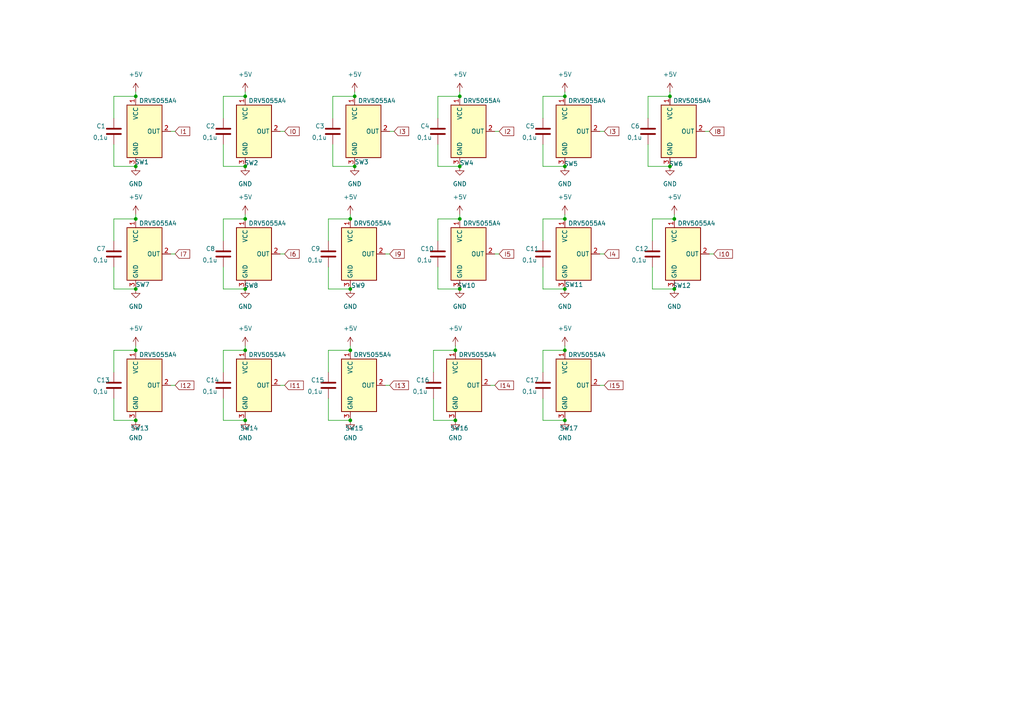
<source format=kicad_sch>
(kicad_sch (version 20231120) (generator "eeschema") (generator_version "8.0")
  (paper "A4")
  (lib_symbols
    (symbol "Device:C" (pin_numbers hide) (pin_names (offset 0.254))
      (property "Reference" "C" (at 0.635 2.54 0))
      (property "Value" "C" (at 0.635 -2.54 0))
      (symbol "C_0_1"
        (polyline (pts (xy -2.032 -0.762) (xy 2.032 -0.762)) (stroke (width 0.508)))
        (polyline (pts (xy -2.032 0.762) (xy 2.032 0.762)) (stroke (width 0.508)))
      )
      (symbol "C_1_1"
        (pin passive line (at 0 3.81 270) (length 2.794) (name "~") (number "1"))
        (pin passive line (at 0 -3.81 90) (length 2.794) (name "~") (number "2"))
      )
    )
    (symbol "Sensor_Magnetic:DRV5055A4xDBZxQ1"
      (property "Reference" "U" (at 2.54 12.7 0))
      (property "Value" "DRV5055A4xDBZxQ1" (at 2.54 10.16 0))
      (symbol "DRV5055A4xDBZxQ1_1_1"
        (rectangle (start -5.08 7.62) (end 5.08 -7.62) (stroke (width 0.254)) (fill (type background)))
        (pin power_in line (at -2.54 10.16 270) (length 2.54) (name "VCC") (number "1"))
        (pin output line (at 7.62 0 180) (length 2.54) (name "OUT") (number "2"))
        (pin power_in line (at -2.54 -10.16 90) (length 2.54) (name "GND") (number "3"))
      )
    )
    (symbol "power:+5V" (power) (pin_numbers hide) (pin_names (offset 0) hide)
      (property "Value" "+5V" (at 0 3.556 0))
      (symbol "+5V_0_1"
        (polyline (pts (xy -0.762 1.27) (xy 0 2.54)))
        (polyline (pts (xy 0 0) (xy 0 2.54)))
        (polyline (pts (xy 0 2.54) (xy 0.762 1.27)))
      )
      (symbol "+5V_1_1"
        (pin power_in line (at 0 0 90) (length 0) (name "~") (number "1"))
      )
    )
    (symbol "power:GND" (power) (pin_numbers hide) (pin_names (offset 0) hide)
      (property "Value" "GND" (at 0 -3.81 0))
      (symbol "GND_0_1"
        (polyline (pts (xy 0 0) (xy 0 -1.27) (xy 1.27 -1.27) (xy 0 -2.54) (xy -1.27 -1.27) (xy 0 -1.27)))
      )
      (symbol "GND_1_1"
        (pin power_in line (at 0 0 270) (length 0) (name "~") (number "1"))
      )
    )
  )
  (junction (at 39.37 83.82))
  (junction (at 101.6 101.6))
  (junction (at 163.83 83.82))
  (junction (at 71.12 27.94))
  (junction (at 163.83 48.26))
  (junction (at 71.12 121.92))
  (junction (at 133.35 63.5))
  (junction (at 101.6 83.82))
  (junction (at 163.83 121.92))
  (junction (at 71.12 48.26))
  (junction (at 101.6 121.92))
  (junction (at 163.83 27.94))
  (junction (at 71.12 101.6))
  (junction (at 195.58 83.82))
  (junction (at 194.31 48.26))
  (junction (at 39.37 101.6))
  (junction (at 194.31 27.94))
  (junction (at 132.08 121.92))
  (junction (at 39.37 121.92))
  (junction (at 132.08 101.6))
  (junction (at 39.37 48.26))
  (junction (at 102.87 27.94))
  (junction (at 39.37 63.5))
  (junction (at 163.83 101.6))
  (junction (at 71.12 83.82))
  (junction (at 101.6 63.5))
  (junction (at 39.37 27.94))
  (junction (at 133.35 27.94))
  (junction (at 195.58 63.5))
  (junction (at 102.87 48.26))
  (junction (at 133.35 48.26))
  (junction (at 163.83 63.5))
  (junction (at 71.12 63.5))
  (junction (at 133.35 83.82))
  (wire (pts (xy 189.23 69.85) (xy 189.23 63.5)))
  (wire (pts (xy 125.73 101.6) (xy 132.08 101.6)))
  (wire (pts (xy 33.02 77.47) (xy 33.02 83.82)))
  (wire (pts (xy 175.26 73.66) (xy 173.99 73.66)))
  (wire (pts (xy 71.12 26.67) (xy 71.12 27.94)))
  (wire (pts (xy 96.52 27.94) (xy 102.87 27.94)))
  (wire (pts (xy 127 63.5) (xy 133.35 63.5)))
  (wire (pts (xy 96.52 41.91) (xy 96.52 48.26)))
  (wire (pts (xy 64.77 48.26) (xy 71.12 48.26)))
  (wire (pts (xy 95.25 107.95) (xy 95.25 101.6)))
  (wire (pts (xy 101.6 62.23) (xy 101.6 63.5)))
  (wire (pts (xy 64.77 107.95) (xy 64.77 101.6)))
  (wire (pts (xy 125.73 121.92) (xy 132.08 121.92)))
  (wire (pts (xy 157.48 69.85) (xy 157.48 63.5)))
  (wire (pts (xy 143.51 111.76) (xy 142.24 111.76)))
  (wire (pts (xy 127 48.26) (xy 133.35 48.26)))
  (wire (pts (xy 157.48 121.92) (xy 163.83 121.92)))
  (wire (pts (xy 33.02 101.6) (xy 39.37 101.6)))
  (wire (pts (xy 39.37 26.67) (xy 39.37 27.94)))
  (wire (pts (xy 189.23 77.47) (xy 189.23 83.82)))
  (wire (pts (xy 133.35 62.23) (xy 133.35 63.5)))
  (wire (pts (xy 157.48 41.91) (xy 157.48 48.26)))
  (wire (pts (xy 33.02 83.82) (xy 39.37 83.82)))
  (wire (pts (xy 144.78 73.66) (xy 143.51 73.66)))
  (wire (pts (xy 95.25 77.47) (xy 95.25 83.82)))
  (wire (pts (xy 96.52 48.26) (xy 102.87 48.26)))
  (wire (pts (xy 125.73 115.57) (xy 125.73 121.92)))
  (wire (pts (xy 71.12 62.23) (xy 71.12 63.5)))
  (wire (pts (xy 163.83 62.23) (xy 163.83 63.5)))
  (wire (pts (xy 189.23 63.5) (xy 195.58 63.5)))
  (wire (pts (xy 33.02 48.26) (xy 39.37 48.26)))
  (wire (pts (xy 33.02 69.85) (xy 33.02 63.5)))
  (wire (pts (xy 64.77 63.5) (xy 71.12 63.5)))
  (wire (pts (xy 195.58 62.23) (xy 195.58 63.5)))
  (wire (pts (xy 144.78 38.1) (xy 143.51 38.1)))
  (wire (pts (xy 207.01 73.66) (xy 205.74 73.66)))
  (wire (pts (xy 64.77 115.57) (xy 64.77 121.92)))
  (wire (pts (xy 157.48 48.26) (xy 163.83 48.26)))
  (wire (pts (xy 50.8 73.66) (xy 49.53 73.66)))
  (wire (pts (xy 64.77 27.94) (xy 71.12 27.94)))
  (wire (pts (xy 33.02 41.91) (xy 33.02 48.26)))
  (wire (pts (xy 64.77 101.6) (xy 71.12 101.6)))
  (wire (pts (xy 133.35 26.67) (xy 133.35 27.94)))
  (wire (pts (xy 64.77 121.92) (xy 71.12 121.92)))
  (wire (pts (xy 194.31 26.67) (xy 194.31 27.94)))
  (wire (pts (xy 114.3 38.1) (xy 113.03 38.1)))
  (wire (pts (xy 33.02 27.94) (xy 39.37 27.94)))
  (wire (pts (xy 127 34.29) (xy 127 27.94)))
  (wire (pts (xy 175.26 111.76) (xy 173.99 111.76)))
  (wire (pts (xy 64.77 83.82) (xy 71.12 83.82)))
  (wire (pts (xy 157.48 63.5) (xy 163.83 63.5)))
  (wire (pts (xy 127 83.82) (xy 133.35 83.82)))
  (wire (pts (xy 157.48 34.29) (xy 157.48 27.94)))
  (wire (pts (xy 95.25 83.82) (xy 101.6 83.82)))
  (wire (pts (xy 205.74 38.1) (xy 204.47 38.1)))
  (wire (pts (xy 157.48 115.57) (xy 157.48 121.92)))
  (wire (pts (xy 127 27.94) (xy 133.35 27.94)))
  (wire (pts (xy 127 41.91) (xy 127 48.26)))
  (wire (pts (xy 127 69.85) (xy 127 63.5)))
  (wire (pts (xy 50.8 111.76) (xy 49.53 111.76)))
  (wire (pts (xy 95.25 115.57) (xy 95.25 121.92)))
  (wire (pts (xy 102.87 26.67) (xy 102.87 27.94)))
  (wire (pts (xy 82.55 73.66) (xy 81.28 73.66)))
  (wire (pts (xy 187.96 34.29) (xy 187.96 27.94)))
  (wire (pts (xy 157.48 101.6) (xy 163.83 101.6)))
  (wire (pts (xy 39.37 100.33) (xy 39.37 101.6)))
  (wire (pts (xy 113.03 73.66) (xy 111.76 73.66)))
  (wire (pts (xy 64.77 69.85) (xy 64.77 63.5)))
  (wire (pts (xy 33.02 115.57) (xy 33.02 121.92)))
  (wire (pts (xy 101.6 100.33) (xy 101.6 101.6)))
  (wire (pts (xy 33.02 121.92) (xy 39.37 121.92)))
  (wire (pts (xy 95.25 121.92) (xy 101.6 121.92)))
  (wire (pts (xy 163.83 100.33) (xy 163.83 101.6)))
  (wire (pts (xy 95.25 101.6) (xy 101.6 101.6)))
  (wire (pts (xy 64.77 34.29) (xy 64.77 27.94)))
  (wire (pts (xy 125.73 107.95) (xy 125.73 101.6)))
  (wire (pts (xy 33.02 107.95) (xy 33.02 101.6)))
  (wire (pts (xy 132.08 100.33) (xy 132.08 101.6)))
  (wire (pts (xy 187.96 27.94) (xy 194.31 27.94)))
  (wire (pts (xy 127 77.47) (xy 127 83.82)))
  (wire (pts (xy 157.48 107.95) (xy 157.48 101.6)))
  (wire (pts (xy 64.77 41.91) (xy 64.77 48.26)))
  (wire (pts (xy 157.48 83.82) (xy 163.83 83.82)))
  (wire (pts (xy 95.25 63.5) (xy 101.6 63.5)))
  (wire (pts (xy 33.02 34.29) (xy 33.02 27.94)))
  (wire (pts (xy 157.48 27.94) (xy 163.83 27.94)))
  (wire (pts (xy 39.37 62.23) (xy 39.37 63.5)))
  (wire (pts (xy 82.55 111.76) (xy 81.28 111.76)))
  (wire (pts (xy 96.52 34.29) (xy 96.52 27.94)))
  (wire (pts (xy 175.26 38.1) (xy 173.99 38.1)))
  (wire (pts (xy 71.12 100.33) (xy 71.12 101.6)))
  (wire (pts (xy 50.8 38.1) (xy 49.53 38.1)))
  (wire (pts (xy 187.96 48.26) (xy 194.31 48.26)))
  (wire (pts (xy 189.23 83.82) (xy 195.58 83.82)))
  (wire (pts (xy 187.96 41.91) (xy 187.96 48.26)))
  (wire (pts (xy 82.55 38.1) (xy 81.28 38.1)))
  (wire (pts (xy 113.03 111.76) (xy 111.76 111.76)))
  (wire (pts (xy 95.25 69.85) (xy 95.25 63.5)))
  (wire (pts (xy 64.77 77.47) (xy 64.77 83.82)))
  (wire (pts (xy 163.83 26.67) (xy 163.83 27.94)))
  (wire (pts (xy 157.48 77.47) (xy 157.48 83.82)))
  (wire (pts (xy 33.02 63.5) (xy 39.37 63.5)))
  (global_label "I6" (shape input) (at 82.55 73.66 0) (property "Intersheetrefs" "${INTERSHEET_REFS}" (effects (hide yes))))
  (global_label "I9" (shape input) (at 113.03 73.66 0) (property "Intersheetrefs" "${INTERSHEET_REFS}" (effects (hide yes))))
  (global_label "I14" (shape input) (at 143.51 111.76 0) (property "Intersheetrefs" "${INTERSHEET_REFS}" (effects (hide yes))))
  (global_label "I3" (shape input) (at 114.3 38.1 0) (property "Intersheetrefs" "${INTERSHEET_REFS}" (effects (hide yes))))
  (global_label "I4" (shape input) (at 175.26 73.66 0) (property "Intersheetrefs" "${INTERSHEET_REFS}" (effects (hide yes))))
  (global_label "I1" (shape input) (at 50.8 38.1 0) (property "Intersheetrefs" "${INTERSHEET_REFS}" (effects (hide yes))))
  (global_label "I8" (shape input) (at 205.74 38.1 0) (property "Intersheetrefs" "${INTERSHEET_REFS}" (effects (hide yes))))
  (global_label "I5" (shape input) (at 144.78 73.66 0) (property "Intersheetrefs" "${INTERSHEET_REFS}" (effects (hide yes))))
  (global_label "I13" (shape input) (at 113.03 111.76 0) (property "Intersheetrefs" "${INTERSHEET_REFS}" (effects (hide yes))))
  (global_label "I2" (shape input) (at 144.78 38.1 0) (property "Intersheetrefs" "${INTERSHEET_REFS}" (effects (hide yes))))
  (global_label "I3" (shape input) (at 175.26 38.1 0) (property "Intersheetrefs" "${INTERSHEET_REFS}" (effects (hide yes))))
  (global_label "I11" (shape input) (at 82.55 111.76 0) (property "Intersheetrefs" "${INTERSHEET_REFS}" (effects (hide yes))))
  (global_label "I7" (shape input) (at 50.8 73.66 0) (property "Intersheetrefs" "${INTERSHEET_REFS}" (effects (hide yes))))
  (global_label "I15" (shape input) (at 175.26 111.76 0) (property "Intersheetrefs" "${INTERSHEET_REFS}" (effects (hide yes))))
  (global_label "I10" (shape input) (at 207.01 73.66 0) (property "Intersheetrefs" "${INTERSHEET_REFS}" (effects (hide yes))))
  (global_label "I12" (shape input) (at 50.8 111.76 0) (property "Intersheetrefs" "${INTERSHEET_REFS}" (effects (hide yes))))
  (global_label "I0" (shape input) (at 82.55 38.1 0) (property "Intersheetrefs" "${INTERSHEET_REFS}" (effects (hide yes))))
  (symbol (lib_id "Sensor_Magnetic:DRV5055A4xDBZxQ1") (at 166.37 111.76 0) (unit 1)
    (property "Reference" "SW17" (at 167.64 124.206 0) (effects (justify right)))
    (property "Value" "DRV5055A4" (at 175.768 102.87 0) (effects (justify right)))
    (property "Footprint" "KB_MX_Analog:MX-Analog-1U" (effects (hide yes)))
    (property "Datasheet" "https://www.ti.com/lit/ds/symlink/drv5055-q1.pdf" (effects (hide yes)))
    (property "Description" "12.5 mV/mT,±169-mT, 20-kHz, 3.3/5V, SOT-23" (effects (hide yes)))
  )
  (symbol (lib_id "Sensor_Magnetic:DRV5055A4xDBZxQ1") (at 135.89 73.66 0) (unit 1)
    (property "Reference" "SW10" (at 137.922 82.804 0) (effects (justify right)))
    (property "Value" "DRV5055A4" (at 145.288 64.77 0) (effects (justify right)))
    (property "Footprint" "KB_MX_Analog:MX-Analog-1U" (effects (hide yes)))
    (property "Datasheet" "https://www.ti.com/lit/ds/symlink/drv5055-q1.pdf" (effects (hide yes)))
    (property "Description" "12.5 mV/mT,±169-mT, 20-kHz, 3.3/5V, SOT-23" (effects (hide yes)))
  )
  (symbol (lib_id "Sensor_Magnetic:DRV5055A4xDBZxQ1") (at 73.66 111.76 0) (unit 1)
    (property "Reference" "SW14" (at 74.93 124.206 0) (effects (justify right)))
    (property "Value" "DRV5055A4" (at 83.058 102.87 0) (effects (justify right)))
    (property "Footprint" "KB_MX_Analog:MX-Analog-1U" (effects (hide yes)))
    (property "Datasheet" "https://www.ti.com/lit/ds/symlink/drv5055-q1.pdf" (effects (hide yes)))
    (property "Description" "12.5 mV/mT,±169-mT, 20-kHz, 3.3/5V, SOT-23" (effects (hide yes)))
  )
  (symbol (lib_id "power:GND") (at 101.6 83.82 0) (unit 1)
    (property "Reference" "#PWR087" (effects (hide yes)))
    (property "Value" "GND" (at 101.6 88.9 0))
    (property "Description" "Power symbol creates a global label with name \"GND\" , ground" (effects (hide yes)))
  )
  (symbol (lib_id "Sensor_Magnetic:DRV5055A4xDBZxQ1") (at 104.14 73.66 0) (unit 1)
    (property "Reference" "SW9" (at 105.918 82.804 0) (effects (justify right)))
    (property "Value" "DRV5055A4" (at 113.538 64.77 0) (effects (justify right)))
    (property "Footprint" "KB_MX_Analog:MX-Analog-1U" (effects (hide yes)))
    (property "Datasheet" "https://www.ti.com/lit/ds/symlink/drv5055-q1.pdf" (effects (hide yes)))
    (property "Description" "12.5 mV/mT,±169-mT, 20-kHz, 3.3/5V, SOT-23" (effects (hide yes)))
  )
  (symbol (lib_id "power:GND") (at 163.83 83.82 0) (unit 1)
    (property "Reference" "#PWR091" (effects (hide yes)))
    (property "Value" "GND" (at 163.83 88.9 0))
    (property "Description" "Power symbol creates a global label with name \"GND\" , ground" (effects (hide yes)))
  )
  (symbol (lib_id "power:GND") (at 39.37 121.92 0) (unit 1)
    (property "Reference" "#PWR095" (effects (hide yes)))
    (property "Value" "GND" (at 39.37 127 0))
    (property "Description" "Power symbol creates a global label with name \"GND\" , ground" (effects (hide yes)))
  )
  (symbol (lib_id "Sensor_Magnetic:DRV5055A4xDBZxQ1") (at 105.41 38.1 0) (unit 1)
    (property "Reference" "SW3" (at 106.934 46.99 0) (effects (justify right)))
    (property "Value" "DRV5055A4" (at 114.808 29.21 0) (effects (justify right)))
    (property "Footprint" "KB_MX_Analog:MX-Analog-1U" (effects (hide yes)))
    (property "Datasheet" "https://www.ti.com/lit/ds/symlink/drv5055-q1.pdf" (effects (hide yes)))
    (property "Description" "12.5 mV/mT,±169-mT, 20-kHz, 3.3/5V, SOT-23" (effects (hide yes)))
  )
  (symbol (lib_id "power:GND") (at 101.6 121.92 0) (unit 1)
    (property "Reference" "#PWR099" (effects (hide yes)))
    (property "Value" "GND" (at 101.6 127 0))
    (property "Description" "Power symbol creates a global label with name \"GND\" , ground" (effects (hide yes)))
  )
  (symbol (lib_id "Device:C") (at 95.25 111.76 0) (unit 1)
    (property "Reference" "C15" (at 90.17 110.236 0) (effects (justify left)))
    (property "Value" "0,1u" (at 89.154 113.538 0) (effects (justify left)))
    (property "Footprint" "Capacitor_SMD:C_0402_1005Metric" (effects (hide yes)))
    (property "Description" "Unpolarized capacitor" (effects (hide yes)))
  )
  (symbol (lib_id "Device:C") (at 95.25 73.66 0) (unit 1)
    (property "Reference" "C9" (at 90.17 72.136 0) (effects (justify left)))
    (property "Value" "0,1u" (at 89.154 75.438 0) (effects (justify left)))
    (property "Footprint" "Capacitor_SMD:C_0402_1005Metric" (effects (hide yes)))
    (property "Description" "Unpolarized capacitor" (effects (hide yes)))
  )
  (symbol (lib_id "Device:C") (at 96.52 38.1 0) (unit 1)
    (property "Reference" "C3" (at 91.44 36.576 0) (effects (justify left)))
    (property "Value" "0,1u" (at 90.424 39.878 0) (effects (justify left)))
    (property "Footprint" "Capacitor_SMD:C_0402_1005Metric" (effects (hide yes)))
    (property "Description" "Unpolarized capacitor" (effects (hide yes)))
  )
  (symbol (lib_id "power:GND") (at 133.35 83.82 0) (unit 1)
    (property "Reference" "#PWR089" (effects (hide yes)))
    (property "Value" "GND" (at 133.35 88.9 0))
    (property "Description" "Power symbol creates a global label with name \"GND\" , ground" (effects (hide yes)))
  )
  (symbol (lib_id "power:GND") (at 71.12 121.92 0) (unit 1)
    (property "Reference" "#PWR097" (effects (hide yes)))
    (property "Value" "GND" (at 71.12 127 0))
    (property "Description" "Power symbol creates a global label with name \"GND\" , ground" (effects (hide yes)))
  )
  (symbol (lib_id "Sensor_Magnetic:DRV5055A4xDBZxQ1") (at 134.62 111.76 0) (unit 1)
    (property "Reference" "SW16" (at 135.89 124.206 0) (effects (justify right)))
    (property "Value" "DRV5055A4" (at 144.018 102.87 0) (effects (justify right)))
    (property "Footprint" "KB_MX_Analog:MX-Analog-2U-Vertical-ReversedStabilizers" (effects (hide yes)))
    (property "Datasheet" "https://www.ti.com/lit/ds/symlink/drv5055-q1.pdf" (effects (hide yes)))
    (property "Description" "12.5 mV/mT,±169-mT, 20-kHz, 3.3/5V, SOT-23" (effects (hide yes)))
  )
  (symbol (lib_id "Sensor_Magnetic:DRV5055A4xDBZxQ1") (at 166.37 73.66 0) (unit 1)
    (property "Reference" "SW11" (at 169.164 82.55 0) (effects (justify right)))
    (property "Value" "DRV5055A4" (at 175.768 64.77 0) (effects (justify right)))
    (property "Footprint" "KB_MX_Analog:MX-Analog-1U" (effects (hide yes)))
    (property "Datasheet" "https://www.ti.com/lit/ds/symlink/drv5055-q1.pdf" (effects (hide yes)))
    (property "Description" "12.5 mV/mT,±169-mT, 20-kHz, 3.3/5V, SOT-23" (effects (hide yes)))
  )
  (symbol (lib_id "power:GND") (at 132.08 121.92 0) (unit 1)
    (property "Reference" "#PWR0101" (effects (hide yes)))
    (property "Value" "GND" (at 132.08 127 0))
    (property "Description" "Power symbol creates a global label with name \"GND\" , ground" (effects (hide yes)))
  )
  (symbol (lib_id "power:+5V") (at 102.87 26.67 0) (unit 1)
    (property "Reference" "#PWR03" (effects (hide yes)))
    (property "Value" "+5V" (at 102.87 21.59 0))
  )
  (symbol (lib_id "power:+5V") (at 194.31 26.67 0) (unit 1)
    (property "Reference" "#PWR080" (effects (hide yes)))
    (property "Value" "+5V" (at 194.31 21.59 0))
  )
  (symbol (lib_id "power:+5V") (at 71.12 62.23 0) (unit 1)
    (property "Reference" "#PWR090" (effects (hide yes)))
    (property "Value" "+5V" (at 71.12 57.15 0))
  )
  (symbol (lib_id "power:+5V") (at 163.83 62.23 0) (unit 1)
    (property "Reference" "#PWR084" (effects (hide yes)))
    (property "Value" "+5V" (at 163.83 57.15 0))
  )
  (symbol (lib_id "power:GND") (at 39.37 48.26 0) (unit 1)
    (property "Reference" "#PWR076" (effects (hide yes)))
    (property "Value" "GND" (at 39.37 53.34 0))
    (property "Description" "Power symbol creates a global label with name \"GND\" , ground" (effects (hide yes)))
  )
  (symbol (lib_id "power:GND") (at 194.31 48.26 0) (unit 1)
    (property "Reference" "#PWR081" (effects (hide yes)))
    (property "Value" "GND" (at 194.31 53.34 0))
    (property "Description" "Power symbol creates a global label with name \"GND\" , ground" (effects (hide yes)))
  )
  (symbol (lib_id "Sensor_Magnetic:DRV5055A4xDBZxQ1") (at 41.91 38.1 0) (unit 1)
    (property "Reference" "SW1" (at 43.18 46.99 0) (effects (justify right)))
    (property "Value" "DRV5055A4" (at 51.308 29.21 0) (effects (justify right)))
    (property "Footprint" "KB_MX_Analog:MX-Analog-1U" (effects (hide yes)))
    (property "Datasheet" "https://www.ti.com/lit/ds/symlink/drv5055-q1.pdf" (effects (hide yes)))
    (property "Description" "12.5 mV/mT,±169-mT, 20-kHz, 3.3/5V, SOT-23" (effects (hide yes)))
  )
  (symbol (lib_id "Device:C") (at 33.02 111.76 0) (unit 1)
    (property "Reference" "C13" (at 27.94 110.236 0) (effects (justify left)))
    (property "Value" "0,1u" (at 26.924 113.538 0) (effects (justify left)))
    (property "Footprint" "Capacitor_SMD:C_0402_1005Metric" (effects (hide yes)))
    (property "Description" "Unpolarized capacitor" (effects (hide yes)))
  )
  (symbol (lib_id "power:+5V") (at 101.6 62.23 0) (unit 1)
    (property "Reference" "#PWR088" (effects (hide yes)))
    (property "Value" "+5V" (at 101.6 57.15 0))
  )
  (symbol (lib_id "power:+5V") (at 132.08 100.33 0) (unit 1)
    (property "Reference" "#PWR0100" (effects (hide yes)))
    (property "Value" "+5V" (at 132.08 95.25 0))
  )
  (symbol (lib_id "Sensor_Magnetic:DRV5055A4xDBZxQ1") (at 104.14 111.76 0) (unit 1)
    (property "Reference" "SW15" (at 105.41 124.206 0) (effects (justify right)))
    (property "Value" "DRV5055A4" (at 113.538 102.87 0) (effects (justify right)))
    (property "Footprint" "KB_MX_Analog:MX-Analog-2U-Vertical-ReversedStabilizers" (effects (hide yes)))
    (property "Datasheet" "https://www.ti.com/lit/ds/symlink/drv5055-q1.pdf" (effects (hide yes)))
    (property "Description" "12.5 mV/mT,±169-mT, 20-kHz, 3.3/5V, SOT-23" (effects (hide yes)))
  )
  (symbol (lib_id "power:GND") (at 133.35 48.26 0) (unit 1)
    (property "Reference" "#PWR077" (effects (hide yes)))
    (property "Value" "GND" (at 133.35 53.34 0))
    (property "Description" "Power symbol creates a global label with name \"GND\" , ground" (effects (hide yes)))
  )
  (symbol (lib_id "power:GND") (at 102.87 48.26 0) (unit 1)
    (property "Reference" "#PWR05" (effects (hide yes)))
    (property "Value" "GND" (at 102.87 53.34 0))
    (property "Description" "Power symbol creates a global label with name \"GND\" , ground" (effects (hide yes)))
  )
  (symbol (lib_id "Sensor_Magnetic:DRV5055A4xDBZxQ1") (at 73.66 73.66 0) (unit 1)
    (property "Reference" "SW8" (at 74.93 82.804 0) (effects (justify right)))
    (property "Value" "DRV5055A4" (at 83.058 64.77 0) (effects (justify right)))
    (property "Footprint" "KB_MX_Analog:MX-Analog-1U" (effects (hide yes)))
    (property "Datasheet" "https://www.ti.com/lit/ds/symlink/drv5055-q1.pdf" (effects (hide yes)))
    (property "Description" "12.5 mV/mT,±169-mT, 20-kHz, 3.3/5V, SOT-23" (effects (hide yes)))
  )
  (symbol (lib_id "Sensor_Magnetic:DRV5055A4xDBZxQ1") (at 196.85 38.1 0) (unit 1)
    (property "Reference" "SW6" (at 198.12 47.498 0) (effects (justify right)))
    (property "Value" "DRV5055A4" (at 206.248 29.21 0) (effects (justify right)))
    (property "Footprint" "KB_MX_Analog:MX-Analog-1U" (effects (hide yes)))
    (property "Datasheet" "https://www.ti.com/lit/ds/symlink/drv5055-q1.pdf" (effects (hide yes)))
    (property "Description" "12.5 mV/mT,±169-mT, 20-kHz, 3.3/5V, SOT-23" (effects (hide yes)))
  )
  (symbol (lib_id "power:GND") (at 71.12 83.82 0) (unit 1)
    (property "Reference" "#PWR085" (effects (hide yes)))
    (property "Value" "GND" (at 71.12 88.9 0))
    (property "Description" "Power symbol creates a global label with name \"GND\" , ground" (effects (hide yes)))
  )
  (symbol (lib_id "power:+5V") (at 39.37 100.33 0) (unit 1)
    (property "Reference" "#PWR094" (effects (hide yes)))
    (property "Value" "+5V" (at 39.37 95.25 0))
  )
  (symbol (lib_id "Device:C") (at 64.77 38.1 0) (unit 1)
    (property "Reference" "C2" (at 59.69 36.576 0) (effects (justify left)))
    (property "Value" "0,1u" (at 58.674 39.878 0) (effects (justify left)))
    (property "Footprint" "Capacitor_SMD:C_0402_1005Metric" (effects (hide yes)))
    (property "Description" "Unpolarized capacitor" (effects (hide yes)))
  )
  (symbol (lib_id "Sensor_Magnetic:DRV5055A4xDBZxQ1") (at 41.91 73.66 0) (unit 1)
    (property "Reference" "SW7" (at 43.434 82.55 0) (effects (justify right)))
    (property "Value" "DRV5055A4" (at 51.308 64.77 0) (effects (justify right)))
    (property "Footprint" "KB_MX_Analog:MX-Analog-1U" (effects (hide yes)))
    (property "Datasheet" "https://www.ti.com/lit/ds/symlink/drv5055-q1.pdf" (effects (hide yes)))
    (property "Description" "12.5 mV/mT,±169-mT, 20-kHz, 3.3/5V, SOT-23" (effects (hide yes)))
  )
  (symbol (lib_id "Device:C") (at 64.77 111.76 0) (unit 1)
    (property "Reference" "C14" (at 59.69 110.236 0) (effects (justify left)))
    (property "Value" "0,1u" (at 58.674 113.538 0) (effects (justify left)))
    (property "Footprint" "Capacitor_SMD:C_0402_1005Metric" (effects (hide yes)))
    (property "Description" "Unpolarized capacitor" (effects (hide yes)))
  )
  (symbol (lib_id "power:+5V") (at 133.35 26.67 0) (unit 1)
    (property "Reference" "#PWR06" (effects (hide yes)))
    (property "Value" "+5V" (at 133.35 21.59 0))
  )
  (symbol (lib_id "Device:C") (at 33.02 73.66 0) (unit 1)
    (property "Reference" "C7" (at 27.94 72.136 0) (effects (justify left)))
    (property "Value" "0,1u" (at 26.924 75.438 0) (effects (justify left)))
    (property "Footprint" "Capacitor_SMD:C_0402_1005Metric" (effects (hide yes)))
    (property "Description" "Unpolarized capacitor" (effects (hide yes)))
  )
  (symbol (lib_id "Device:C") (at 127 38.1 0) (unit 1)
    (property "Reference" "C4" (at 121.92 36.576 0) (effects (justify left)))
    (property "Value" "0,1u" (at 120.904 39.878 0) (effects (justify left)))
    (property "Footprint" "Capacitor_SMD:C_0402_1005Metric" (effects (hide yes)))
    (property "Description" "Unpolarized capacitor" (effects (hide yes)))
  )
  (symbol (lib_id "power:+5V") (at 71.12 100.33 0) (unit 1)
    (property "Reference" "#PWR096" (effects (hide yes)))
    (property "Value" "+5V" (at 71.12 95.25 0))
  )
  (symbol (lib_id "Sensor_Magnetic:DRV5055A4xDBZxQ1") (at 41.91 111.76 0) (unit 1)
    (property "Reference" "SW13" (at 43.18 124.206 0) (effects (justify right)))
    (property "Value" "DRV5055A4" (at 51.308 102.87 0) (effects (justify right)))
    (property "Footprint" "KB_MX_Analog:MX-Analog-2U" (effects (hide yes)))
    (property "Datasheet" "https://www.ti.com/lit/ds/symlink/drv5055-q1.pdf" (effects (hide yes)))
    (property "Description" "12.5 mV/mT,±169-mT, 20-kHz, 3.3/5V, SOT-23" (effects (hide yes)))
  )
  (symbol (lib_id "Device:C") (at 125.73 111.76 0) (unit 1)
    (property "Reference" "C16" (at 120.65 110.236 0) (effects (justify left)))
    (property "Value" "0,1u" (at 119.634 113.538 0) (effects (justify left)))
    (property "Footprint" "Capacitor_SMD:C_0402_1005Metric" (effects (hide yes)))
    (property "Description" "Unpolarized capacitor" (effects (hide yes)))
  )
  (symbol (lib_id "power:+5V") (at 133.35 62.23 0) (unit 1)
    (property "Reference" "#PWR086" (effects (hide yes)))
    (property "Value" "+5V" (at 133.35 57.15 0))
  )
  (symbol (lib_id "Device:C") (at 187.96 38.1 0) (unit 1)
    (property "Reference" "C6" (at 182.88 36.576 0) (effects (justify left)))
    (property "Value" "0,1u" (at 181.864 39.878 0) (effects (justify left)))
    (property "Footprint" "Capacitor_SMD:C_0402_1005Metric" (effects (hide yes)))
    (property "Description" "Unpolarized capacitor" (effects (hide yes)))
  )
  (symbol (lib_id "power:+5V") (at 39.37 26.67 0) (unit 1)
    (property "Reference" "#PWR04" (effects (hide yes)))
    (property "Value" "+5V" (at 39.37 21.59 0))
  )
  (symbol (lib_id "Device:C") (at 33.02 38.1 0) (unit 1)
    (property "Reference" "C1" (at 27.94 36.576 0) (effects (justify left)))
    (property "Value" "0,1u" (at 26.924 39.878 0) (effects (justify left)))
    (property "Footprint" "Capacitor_SMD:C_0402_1005Metric" (effects (hide yes)))
    (property "Description" "Unpolarized capacitor" (effects (hide yes)))
  )
  (symbol (lib_id "power:+5V") (at 195.58 62.23 0) (unit 1)
    (property "Reference" "#PWR082" (effects (hide yes)))
    (property "Value" "+5V" (at 195.58 57.15 0))
  )
  (symbol (lib_id "power:GND") (at 195.58 83.82 0) (unit 1)
    (property "Reference" "#PWR093" (effects (hide yes)))
    (property "Value" "GND" (at 195.58 88.9 0))
    (property "Description" "Power symbol creates a global label with name \"GND\" , ground" (effects (hide yes)))
  )
  (symbol (lib_id "Device:C") (at 157.48 73.66 0) (unit 1)
    (property "Reference" "C11" (at 152.4 72.136 0) (effects (justify left)))
    (property "Value" "0,1u" (at 151.384 75.438 0) (effects (justify left)))
    (property "Footprint" "Capacitor_SMD:C_0402_1005Metric" (effects (hide yes)))
    (property "Description" "Unpolarized capacitor" (effects (hide yes)))
  )
  (symbol (lib_id "power:GND") (at 39.37 83.82 0) (unit 1)
    (property "Reference" "#PWR083" (effects (hide yes)))
    (property "Value" "GND" (at 39.37 88.9 0))
    (property "Description" "Power symbol creates a global label with name \"GND\" , ground" (effects (hide yes)))
  )
  (symbol (lib_id "Device:C") (at 64.77 73.66 0) (unit 1)
    (property "Reference" "C8" (at 59.69 72.136 0) (effects (justify left)))
    (property "Value" "0,1u" (at 58.674 75.438 0) (effects (justify left)))
    (property "Footprint" "Capacitor_SMD:C_0402_1005Metric" (effects (hide yes)))
    (property "Description" "Unpolarized capacitor" (effects (hide yes)))
  )
  (symbol (lib_id "power:+5V") (at 163.83 26.67 0) (unit 1)
    (property "Reference" "#PWR078" (effects (hide yes)))
    (property "Value" "+5V" (at 163.83 21.59 0))
  )
  (symbol (lib_id "power:+5V") (at 71.12 26.67 0) (unit 1)
    (property "Reference" "#PWR01" (effects (hide yes)))
    (property "Value" "+5V" (at 71.12 21.59 0))
  )
  (symbol (lib_id "Sensor_Magnetic:DRV5055A4xDBZxQ1") (at 166.37 38.1 0) (unit 1)
    (property "Reference" "SW5" (at 167.64 47.498 0) (effects (justify right)))
    (property "Value" "DRV5055A4" (at 175.768 29.21 0) (effects (justify right)))
    (property "Footprint" "KB_MX_Analog:MX-Analog-1U" (effects (hide yes)))
    (property "Datasheet" "https://www.ti.com/lit/ds/symlink/drv5055-q1.pdf" (effects (hide yes)))
    (property "Description" "12.5 mV/mT,±169-mT, 20-kHz, 3.3/5V, SOT-23" (effects (hide yes)))
  )
  (symbol (lib_id "Device:C") (at 157.48 38.1 0) (unit 1)
    (property "Reference" "C5" (at 152.4 36.576 0) (effects (justify left)))
    (property "Value" "0,1u" (at 151.384 39.878 0) (effects (justify left)))
    (property "Footprint" "Capacitor_SMD:C_0402_1005Metric" (effects (hide yes)))
    (property "Description" "Unpolarized capacitor" (effects (hide yes)))
  )
  (symbol (lib_id "Device:C") (at 157.48 111.76 0) (unit 1)
    (property "Reference" "C17" (at 152.4 110.236 0) (effects (justify left)))
    (property "Value" "0,1u" (at 151.384 113.538 0) (effects (justify left)))
    (property "Footprint" "Capacitor_SMD:C_0402_1005Metric" (effects (hide yes)))
    (property "Description" "Unpolarized capacitor" (effects (hide yes)))
  )
  (symbol (lib_id "power:GND") (at 71.12 48.26 0) (unit 1)
    (property "Reference" "#PWR02" (effects (hide yes)))
    (property "Value" "GND" (at 71.12 53.34 0))
    (property "Description" "Power symbol creates a global label with name \"GND\" , ground" (effects (hide yes)))
  )
  (symbol (lib_id "Sensor_Magnetic:DRV5055A4xDBZxQ1") (at 73.66 38.1 0) (unit 1)
    (property "Reference" "SW2" (at 74.93 47.244 0) (effects (justify right)))
    (property "Value" "DRV5055A4" (at 83.058 29.21 0) (effects (justify right)))
    (property "Footprint" "KB_MX_Analog:MX-Analog-1U" (effects (hide yes)))
    (property "Datasheet" "https://www.ti.com/lit/ds/symlink/drv5055-q1.pdf" (effects (hide yes)))
    (property "Description" "12.5 mV/mT,±169-mT, 20-kHz, 3.3/5V, SOT-23" (effects (hide yes)))
  )
  (symbol (lib_id "power:+5V") (at 163.83 100.33 0) (unit 1)
    (property "Reference" "#PWR0102" (effects (hide yes)))
    (property "Value" "+5V" (at 163.83 95.25 0))
  )
  (symbol (lib_id "Device:C") (at 127 73.66 0) (unit 1)
    (property "Reference" "C10" (at 121.92 72.136 0) (effects (justify left)))
    (property "Value" "0,1u" (at 120.904 75.438 0) (effects (justify left)))
    (property "Footprint" "Capacitor_SMD:C_0402_1005Metric" (effects (hide yes)))
    (property "Description" "Unpolarized capacitor" (effects (hide yes)))
  )
  (symbol (lib_id "Sensor_Magnetic:DRV5055A4xDBZxQ1") (at 135.89 38.1 0) (unit 1)
    (property "Reference" "SW4" (at 137.414 47.244 0) (effects (justify right)))
    (property "Value" "DRV5055A4" (at 145.288 29.21 0) (effects (justify right)))
    (property "Footprint" "KB_MX_Analog:MX-Analog-1U" (effects (hide yes)))
    (property "Datasheet" "https://www.ti.com/lit/ds/symlink/drv5055-q1.pdf" (effects (hide yes)))
    (property "Description" "12.5 mV/mT,±169-mT, 20-kHz, 3.3/5V, SOT-23" (effects (hide yes)))
  )
  (symbol (lib_id "power:+5V") (at 101.6 100.33 0) (unit 1)
    (property "Reference" "#PWR098" (effects (hide yes)))
    (property "Value" "+5V" (at 101.6 95.25 0))
  )
  (symbol (lib_id "power:GND") (at 163.83 121.92 0) (unit 1)
    (property "Reference" "#PWR0103" (effects (hide yes)))
    (property "Value" "GND" (at 163.83 127 0))
    (property "Description" "Power symbol creates a global label with name \"GND\" , ground" (effects (hide yes)))
  )
  (symbol (lib_id "Device:C") (at 189.23 73.66 0) (unit 1)
    (property "Reference" "C12" (at 184.15 72.136 0) (effects (justify left)))
    (property "Value" "0,1u" (at 183.134 75.438 0) (effects (justify left)))
    (property "Footprint" "Capacitor_SMD:C_0402_1005Metric" (effects (hide yes)))
    (property "Description" "Unpolarized capacitor" (effects (hide yes)))
  )
  (symbol (lib_id "power:GND") (at 163.83 48.26 0) (unit 1)
    (property "Reference" "#PWR079" (effects (hide yes)))
    (property "Value" "GND" (at 163.83 53.34 0))
    (property "Description" "Power symbol creates a global label with name \"GND\" , ground" (effects (hide yes)))
  )
  (symbol (lib_id "power:+5V") (at 39.37 62.23 0) (unit 1)
    (property "Reference" "#PWR092" (effects (hide yes)))
    (property "Value" "+5V" (at 39.37 57.15 0))
  )
  (symbol (lib_id "Sensor_Magnetic:DRV5055A4xDBZxQ1") (at 198.12 73.66 0) (unit 1)
    (property "Reference" "SW12" (at 200.406 82.804 0) (effects (justify right)))
    (property "Value" "DRV5055A4" (at 207.518 64.77 0) (effects (justify right)))
    (property "Footprint" "KB_MX_Analog:MX-Analog-1U" (effects (hide yes)))
    (property "Datasheet" "https://www.ti.com/lit/ds/symlink/drv5055-q1.pdf" (effects (hide yes)))
    (property "Description" "12.5 mV/mT,±169-mT, 20-kHz, 3.3/5V, SOT-23" (effects (hide yes)))
  )
)
</source>
